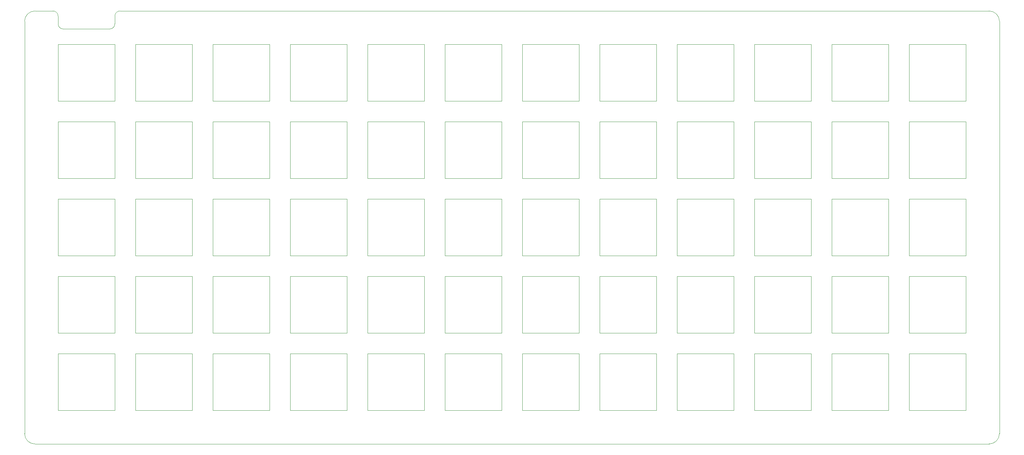
<source format=gbr>
%TF.GenerationSoftware,KiCad,Pcbnew,(5.1.12)-1*%
%TF.CreationDate,2021-12-12T18:13:40-05:00*%
%TF.ProjectId,asterisk60platetop,61737465-7269-4736-9b36-30706c617465,rev?*%
%TF.SameCoordinates,Original*%
%TF.FileFunction,Profile,NP*%
%FSLAX46Y46*%
G04 Gerber Fmt 4.6, Leading zero omitted, Abs format (unit mm)*
G04 Created by KiCad (PCBNEW (5.1.12)-1) date 2021-12-12 18:13:40*
%MOMM*%
%LPD*%
G01*
G04 APERTURE LIST*
%TA.AperFunction,Profile*%
%ADD10C,0.100000*%
%TD*%
G04 APERTURE END LIST*
D10*
X28575000Y-21590000D02*
X28575000Y-23495000D01*
X42545000Y-23495000D02*
X42545000Y-21590000D01*
X43815000Y-20320000D02*
X257810000Y-20320000D01*
X22860000Y-20320000D02*
X27305000Y-20320000D01*
X41275000Y-24765000D02*
X29845000Y-24765000D01*
X29845000Y-24765000D02*
G75*
G02*
X28575000Y-23495000I0J1270000D01*
G01*
X27305000Y-20320000D02*
G75*
G02*
X28575000Y-21590000I0J-1270000D01*
G01*
X42545000Y-21590000D02*
G75*
G02*
X43815000Y-20320000I1270000J0D01*
G01*
X42545000Y-23495000D02*
G75*
G02*
X41275000Y-24765000I-1270000J0D01*
G01*
X20320000Y-22860000D02*
X20320000Y-124460000D01*
X260350000Y-124460000D02*
X260350000Y-22860000D01*
X260350000Y-124460000D02*
G75*
G02*
X257810000Y-127000000I-2540000J0D01*
G01*
X22860000Y-127000000D02*
X257810000Y-127000000D01*
X22860000Y-127000000D02*
G75*
G02*
X20320000Y-124460000I0J2540000D01*
G01*
X20320000Y-22860000D02*
G75*
G02*
X22860000Y-20320000I2540000J0D01*
G01*
X257810000Y-20320000D02*
G75*
G02*
X260350000Y-22860000I0J-2540000D01*
G01*
X238125000Y-118745000D02*
X238125000Y-104775000D01*
X61595000Y-104775000D02*
X61595000Y-118745000D01*
X28575000Y-104775000D02*
X28575000Y-118745000D01*
X200025000Y-118745000D02*
X200025000Y-104775000D01*
X194945000Y-104775000D02*
X194945000Y-118745000D01*
X213995000Y-118745000D02*
X200025000Y-118745000D01*
X137795000Y-118745000D02*
X123825000Y-118745000D01*
X80645000Y-104775000D02*
X80645000Y-118745000D01*
X61595000Y-118745000D02*
X47625000Y-118745000D01*
X161925000Y-104775000D02*
X175895000Y-104775000D01*
X123825000Y-118745000D02*
X123825000Y-104775000D01*
X42545000Y-118745000D02*
X42545000Y-104775000D01*
X175895000Y-118745000D02*
X161925000Y-118745000D01*
X156845000Y-118745000D02*
X142875000Y-118745000D01*
X85725000Y-118745000D02*
X85725000Y-104775000D01*
X238125000Y-104775000D02*
X252095000Y-104775000D01*
X118745000Y-104775000D02*
X118745000Y-118745000D01*
X118745000Y-118745000D02*
X104775000Y-118745000D01*
X66675000Y-118745000D02*
X66675000Y-104775000D01*
X99695000Y-104775000D02*
X99695000Y-118745000D01*
X200025000Y-104775000D02*
X213995000Y-104775000D01*
X233045000Y-104775000D02*
X233045000Y-118745000D01*
X219075000Y-104775000D02*
X233045000Y-104775000D01*
X137795000Y-104775000D02*
X137795000Y-118745000D01*
X80645000Y-118745000D02*
X66675000Y-118745000D01*
X42545000Y-104775000D02*
X28575000Y-104775000D01*
X194945000Y-118745000D02*
X180975000Y-118745000D01*
X252095000Y-104775000D02*
X252095000Y-118745000D01*
X156845000Y-104775000D02*
X156845000Y-118745000D01*
X180975000Y-118745000D02*
X180975000Y-104775000D01*
X175895000Y-104775000D02*
X175895000Y-118745000D01*
X123825000Y-104775000D02*
X137795000Y-104775000D01*
X252095000Y-118745000D02*
X238125000Y-118745000D01*
X219075000Y-118745000D02*
X219075000Y-104775000D01*
X161925000Y-118745000D02*
X161925000Y-104775000D01*
X104775000Y-104775000D02*
X118745000Y-104775000D01*
X28575000Y-118745000D02*
X42545000Y-118745000D01*
X104775000Y-118745000D02*
X104775000Y-104775000D01*
X47625000Y-104775000D02*
X61595000Y-104775000D01*
X99695000Y-118745000D02*
X85725000Y-118745000D01*
X142875000Y-104775000D02*
X156845000Y-104775000D01*
X233045000Y-118745000D02*
X219075000Y-118745000D01*
X213995000Y-104775000D02*
X213995000Y-118745000D01*
X85725000Y-104775000D02*
X99695000Y-104775000D01*
X47625000Y-118745000D02*
X47625000Y-104775000D01*
X142875000Y-118745000D02*
X142875000Y-104775000D01*
X180975000Y-104775000D02*
X194945000Y-104775000D01*
X66675000Y-104775000D02*
X80645000Y-104775000D01*
X238125000Y-99695000D02*
X238125000Y-85725000D01*
X61595000Y-85725000D02*
X61595000Y-99695000D01*
X28575000Y-85725000D02*
X28575000Y-99695000D01*
X200025000Y-99695000D02*
X200025000Y-85725000D01*
X194945000Y-85725000D02*
X194945000Y-99695000D01*
X213995000Y-99695000D02*
X200025000Y-99695000D01*
X137795000Y-99695000D02*
X123825000Y-99695000D01*
X80645000Y-85725000D02*
X80645000Y-99695000D01*
X61595000Y-99695000D02*
X47625000Y-99695000D01*
X161925000Y-85725000D02*
X175895000Y-85725000D01*
X123825000Y-99695000D02*
X123825000Y-85725000D01*
X42545000Y-99695000D02*
X42545000Y-85725000D01*
X175895000Y-99695000D02*
X161925000Y-99695000D01*
X156845000Y-99695000D02*
X142875000Y-99695000D01*
X85725000Y-99695000D02*
X85725000Y-85725000D01*
X238125000Y-85725000D02*
X252095000Y-85725000D01*
X118745000Y-85725000D02*
X118745000Y-99695000D01*
X118745000Y-99695000D02*
X104775000Y-99695000D01*
X66675000Y-99695000D02*
X66675000Y-85725000D01*
X99695000Y-85725000D02*
X99695000Y-99695000D01*
X200025000Y-85725000D02*
X213995000Y-85725000D01*
X233045000Y-85725000D02*
X233045000Y-99695000D01*
X219075000Y-85725000D02*
X233045000Y-85725000D01*
X137795000Y-85725000D02*
X137795000Y-99695000D01*
X80645000Y-99695000D02*
X66675000Y-99695000D01*
X42545000Y-85725000D02*
X28575000Y-85725000D01*
X194945000Y-99695000D02*
X180975000Y-99695000D01*
X252095000Y-85725000D02*
X252095000Y-99695000D01*
X156845000Y-85725000D02*
X156845000Y-99695000D01*
X180975000Y-99695000D02*
X180975000Y-85725000D01*
X175895000Y-85725000D02*
X175895000Y-99695000D01*
X123825000Y-85725000D02*
X137795000Y-85725000D01*
X252095000Y-99695000D02*
X238125000Y-99695000D01*
X219075000Y-99695000D02*
X219075000Y-85725000D01*
X161925000Y-99695000D02*
X161925000Y-85725000D01*
X104775000Y-85725000D02*
X118745000Y-85725000D01*
X28575000Y-99695000D02*
X42545000Y-99695000D01*
X104775000Y-99695000D02*
X104775000Y-85725000D01*
X47625000Y-85725000D02*
X61595000Y-85725000D01*
X99695000Y-99695000D02*
X85725000Y-99695000D01*
X142875000Y-85725000D02*
X156845000Y-85725000D01*
X233045000Y-99695000D02*
X219075000Y-99695000D01*
X213995000Y-85725000D02*
X213995000Y-99695000D01*
X85725000Y-85725000D02*
X99695000Y-85725000D01*
X47625000Y-99695000D02*
X47625000Y-85725000D01*
X142875000Y-99695000D02*
X142875000Y-85725000D01*
X180975000Y-85725000D02*
X194945000Y-85725000D01*
X66675000Y-85725000D02*
X80645000Y-85725000D01*
X238125000Y-80645000D02*
X238125000Y-66675000D01*
X61595000Y-66675000D02*
X61595000Y-80645000D01*
X28575000Y-66675000D02*
X28575000Y-80645000D01*
X200025000Y-80645000D02*
X200025000Y-66675000D01*
X194945000Y-66675000D02*
X194945000Y-80645000D01*
X213995000Y-80645000D02*
X200025000Y-80645000D01*
X137795000Y-80645000D02*
X123825000Y-80645000D01*
X80645000Y-66675000D02*
X80645000Y-80645000D01*
X61595000Y-80645000D02*
X47625000Y-80645000D01*
X161925000Y-66675000D02*
X175895000Y-66675000D01*
X123825000Y-80645000D02*
X123825000Y-66675000D01*
X42545000Y-80645000D02*
X42545000Y-66675000D01*
X175895000Y-80645000D02*
X161925000Y-80645000D01*
X156845000Y-80645000D02*
X142875000Y-80645000D01*
X85725000Y-80645000D02*
X85725000Y-66675000D01*
X238125000Y-66675000D02*
X252095000Y-66675000D01*
X118745000Y-66675000D02*
X118745000Y-80645000D01*
X118745000Y-80645000D02*
X104775000Y-80645000D01*
X66675000Y-80645000D02*
X66675000Y-66675000D01*
X99695000Y-66675000D02*
X99695000Y-80645000D01*
X200025000Y-66675000D02*
X213995000Y-66675000D01*
X233045000Y-66675000D02*
X233045000Y-80645000D01*
X219075000Y-66675000D02*
X233045000Y-66675000D01*
X137795000Y-66675000D02*
X137795000Y-80645000D01*
X80645000Y-80645000D02*
X66675000Y-80645000D01*
X42545000Y-66675000D02*
X28575000Y-66675000D01*
X194945000Y-80645000D02*
X180975000Y-80645000D01*
X252095000Y-66675000D02*
X252095000Y-80645000D01*
X156845000Y-66675000D02*
X156845000Y-80645000D01*
X180975000Y-80645000D02*
X180975000Y-66675000D01*
X175895000Y-66675000D02*
X175895000Y-80645000D01*
X123825000Y-66675000D02*
X137795000Y-66675000D01*
X252095000Y-80645000D02*
X238125000Y-80645000D01*
X219075000Y-80645000D02*
X219075000Y-66675000D01*
X161925000Y-80645000D02*
X161925000Y-66675000D01*
X104775000Y-66675000D02*
X118745000Y-66675000D01*
X28575000Y-80645000D02*
X42545000Y-80645000D01*
X104775000Y-80645000D02*
X104775000Y-66675000D01*
X47625000Y-66675000D02*
X61595000Y-66675000D01*
X99695000Y-80645000D02*
X85725000Y-80645000D01*
X142875000Y-66675000D02*
X156845000Y-66675000D01*
X233045000Y-80645000D02*
X219075000Y-80645000D01*
X213995000Y-66675000D02*
X213995000Y-80645000D01*
X85725000Y-66675000D02*
X99695000Y-66675000D01*
X47625000Y-80645000D02*
X47625000Y-66675000D01*
X142875000Y-80645000D02*
X142875000Y-66675000D01*
X180975000Y-66675000D02*
X194945000Y-66675000D01*
X66675000Y-66675000D02*
X80645000Y-66675000D01*
X238125000Y-61595000D02*
X238125000Y-47625000D01*
X61595000Y-47625000D02*
X61595000Y-61595000D01*
X28575000Y-47625000D02*
X28575000Y-61595000D01*
X200025000Y-61595000D02*
X200025000Y-47625000D01*
X194945000Y-47625000D02*
X194945000Y-61595000D01*
X213995000Y-61595000D02*
X200025000Y-61595000D01*
X137795000Y-61595000D02*
X123825000Y-61595000D01*
X80645000Y-47625000D02*
X80645000Y-61595000D01*
X61595000Y-61595000D02*
X47625000Y-61595000D01*
X161925000Y-47625000D02*
X175895000Y-47625000D01*
X123825000Y-61595000D02*
X123825000Y-47625000D01*
X42545000Y-61595000D02*
X42545000Y-47625000D01*
X175895000Y-61595000D02*
X161925000Y-61595000D01*
X156845000Y-61595000D02*
X142875000Y-61595000D01*
X85725000Y-61595000D02*
X85725000Y-47625000D01*
X238125000Y-47625000D02*
X252095000Y-47625000D01*
X118745000Y-47625000D02*
X118745000Y-61595000D01*
X118745000Y-61595000D02*
X104775000Y-61595000D01*
X66675000Y-61595000D02*
X66675000Y-47625000D01*
X99695000Y-47625000D02*
X99695000Y-61595000D01*
X200025000Y-47625000D02*
X213995000Y-47625000D01*
X233045000Y-47625000D02*
X233045000Y-61595000D01*
X219075000Y-47625000D02*
X233045000Y-47625000D01*
X137795000Y-47625000D02*
X137795000Y-61595000D01*
X80645000Y-61595000D02*
X66675000Y-61595000D01*
X42545000Y-47625000D02*
X28575000Y-47625000D01*
X194945000Y-61595000D02*
X180975000Y-61595000D01*
X252095000Y-47625000D02*
X252095000Y-61595000D01*
X156845000Y-47625000D02*
X156845000Y-61595000D01*
X180975000Y-61595000D02*
X180975000Y-47625000D01*
X175895000Y-47625000D02*
X175895000Y-61595000D01*
X123825000Y-47625000D02*
X137795000Y-47625000D01*
X252095000Y-61595000D02*
X238125000Y-61595000D01*
X219075000Y-61595000D02*
X219075000Y-47625000D01*
X161925000Y-61595000D02*
X161925000Y-47625000D01*
X104775000Y-47625000D02*
X118745000Y-47625000D01*
X28575000Y-61595000D02*
X42545000Y-61595000D01*
X104775000Y-61595000D02*
X104775000Y-47625000D01*
X47625000Y-47625000D02*
X61595000Y-47625000D01*
X99695000Y-61595000D02*
X85725000Y-61595000D01*
X142875000Y-47625000D02*
X156845000Y-47625000D01*
X233045000Y-61595000D02*
X219075000Y-61595000D01*
X213995000Y-47625000D02*
X213995000Y-61595000D01*
X85725000Y-47625000D02*
X99695000Y-47625000D01*
X47625000Y-61595000D02*
X47625000Y-47625000D01*
X142875000Y-61595000D02*
X142875000Y-47625000D01*
X180975000Y-47625000D02*
X194945000Y-47625000D01*
X66675000Y-47625000D02*
X80645000Y-47625000D01*
X252095000Y-28575000D02*
X252095000Y-42545000D01*
X252095000Y-42545000D02*
X238125000Y-42545000D01*
X238125000Y-28575000D02*
X252095000Y-28575000D01*
X238125000Y-42545000D02*
X238125000Y-28575000D01*
X233045000Y-28575000D02*
X233045000Y-42545000D01*
X233045000Y-42545000D02*
X219075000Y-42545000D01*
X219075000Y-28575000D02*
X233045000Y-28575000D01*
X219075000Y-42545000D02*
X219075000Y-28575000D01*
X213995000Y-28575000D02*
X213995000Y-42545000D01*
X213995000Y-42545000D02*
X200025000Y-42545000D01*
X200025000Y-28575000D02*
X213995000Y-28575000D01*
X200025000Y-42545000D02*
X200025000Y-28575000D01*
X194945000Y-28575000D02*
X194945000Y-42545000D01*
X194945000Y-42545000D02*
X180975000Y-42545000D01*
X180975000Y-28575000D02*
X194945000Y-28575000D01*
X180975000Y-42545000D02*
X180975000Y-28575000D01*
X175895000Y-28575000D02*
X175895000Y-42545000D01*
X175895000Y-42545000D02*
X161925000Y-42545000D01*
X161925000Y-28575000D02*
X175895000Y-28575000D01*
X161925000Y-42545000D02*
X161925000Y-28575000D01*
X156845000Y-28575000D02*
X156845000Y-42545000D01*
X156845000Y-42545000D02*
X142875000Y-42545000D01*
X142875000Y-28575000D02*
X156845000Y-28575000D01*
X142875000Y-42545000D02*
X142875000Y-28575000D01*
X137795000Y-28575000D02*
X137795000Y-42545000D01*
X137795000Y-42545000D02*
X123825000Y-42545000D01*
X123825000Y-28575000D02*
X137795000Y-28575000D01*
X123825000Y-42545000D02*
X123825000Y-28575000D01*
X118745000Y-28575000D02*
X118745000Y-42545000D01*
X118745000Y-42545000D02*
X104775000Y-42545000D01*
X104775000Y-28575000D02*
X118745000Y-28575000D01*
X104775000Y-42545000D02*
X104775000Y-28575000D01*
X99695000Y-28575000D02*
X99695000Y-42545000D01*
X99695000Y-42545000D02*
X85725000Y-42545000D01*
X85725000Y-28575000D02*
X99695000Y-28575000D01*
X85725000Y-42545000D02*
X85725000Y-28575000D01*
X80645000Y-28575000D02*
X80645000Y-42545000D01*
X80645000Y-42545000D02*
X66675000Y-42545000D01*
X66675000Y-28575000D02*
X80645000Y-28575000D01*
X66675000Y-42545000D02*
X66675000Y-28575000D01*
X47625000Y-42545000D02*
X47625000Y-28575000D01*
X61595000Y-42545000D02*
X47625000Y-42545000D01*
X61595000Y-28575000D02*
X61595000Y-42545000D01*
X47625000Y-28575000D02*
X61595000Y-28575000D01*
X42545000Y-28575000D02*
X28575000Y-28575000D01*
X42545000Y-42545000D02*
X42545000Y-28575000D01*
X28575000Y-42545000D02*
X42545000Y-42545000D01*
X28575000Y-28575000D02*
X28575000Y-42545000D01*
M02*

</source>
